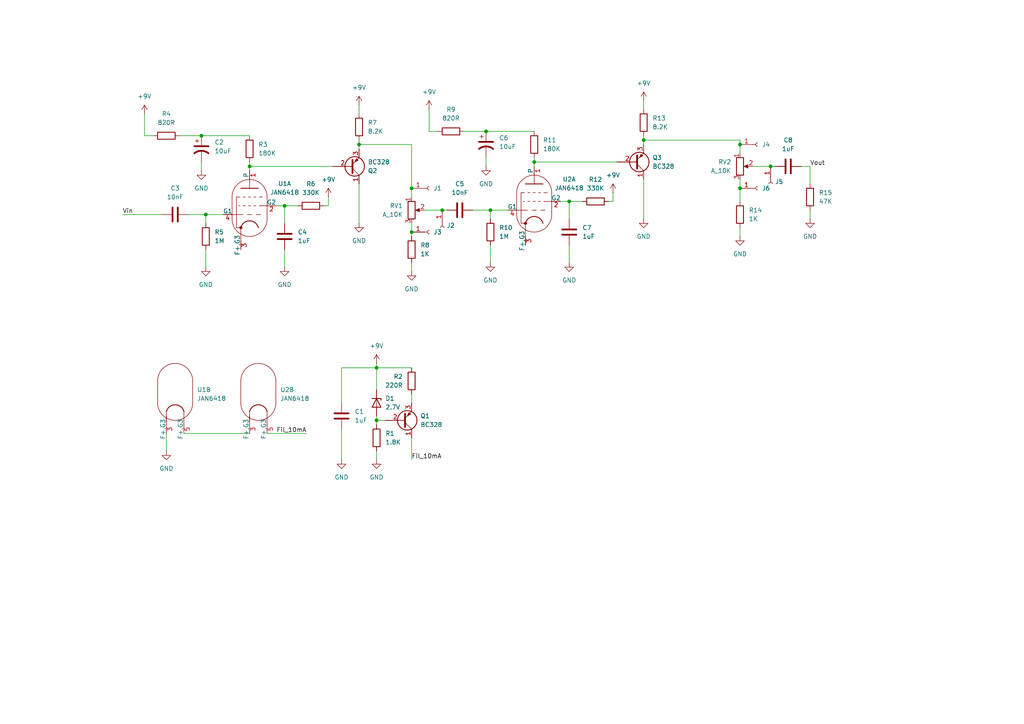
<source format=kicad_sch>
(kicad_sch (version 20231120) (generator "eeschema") (generator_version "8.0")
  (paper "A4")
  (lib_symbols
    (symbol "Connector:Conn_01x01_Socket" (pin_names (offset 1.016) hide)
      (property "Reference" "J" (at 0 2.54 0))
      (property "Value" "Conn_01x01_Socket" (at 0 -2.54 0))
      (symbol "Conn_01x01_Socket_1_1"
        (polyline (pts (xy -1.27 0) (xy -0.508 0)) (stroke (width 0.1524)))
        (arc (start 0 0.508) (mid -0.5058 0) (end 0 -0.508) (stroke (width 0.1524)))
        (pin passive line (at -5.08 0 0) (length 3.81) (name "Pin_1") (number "1"))
      )
    )
    (symbol "Device:C" (pin_numbers hide) (pin_names (offset 0.254))
      (property "Reference" "C" (at 0.635 2.54 0))
      (property "Value" "C" (at 0.635 -2.54 0))
      (symbol "C_0_1"
        (polyline (pts (xy -2.032 -0.762) (xy 2.032 -0.762)) (stroke (width 0.508)))
        (polyline (pts (xy -2.032 0.762) (xy 2.032 0.762)) (stroke (width 0.508)))
      )
      (symbol "C_1_1"
        (pin passive line (at 0 3.81 270) (length 2.794) (name "~") (number "1"))
        (pin passive line (at 0 -3.81 90) (length 2.794) (name "~") (number "2"))
      )
    )
    (symbol "Device:C_Polarized_US" (pin_numbers hide) (pin_names (offset 0.254) hide)
      (property "Reference" "C" (at 0.635 2.54 0))
      (property "Value" "C_Polarized_US" (at 0.635 -2.54 0))
      (symbol "C_Polarized_US_0_1"
        (polyline (pts (xy -2.032 0.762) (xy 2.032 0.762)) (stroke (width 0.508)))
        (polyline (pts (xy -1.778 2.286) (xy -0.762 2.286)))
        (polyline (pts (xy -1.27 1.778) (xy -1.27 2.794)))
        (arc (start 2.032 -1.27) (mid 0 -0.5572) (end -2.032 -1.27) (stroke (width 0.508)))
      )
      (symbol "C_Polarized_US_1_1"
        (pin passive line (at 0 3.81 270) (length 2.794) (name "~") (number "1"))
        (pin passive line (at 0 -3.81 90) (length 3.302) (name "~") (number "2"))
      )
    )
    (symbol "Device:D_Zener" (pin_numbers hide) (pin_names (offset 1.016) hide)
      (property "Reference" "D" (at 0 2.54 0))
      (property "Value" "D_Zener" (at 0 -2.54 0))
      (symbol "D_Zener_0_1"
        (polyline (pts (xy 1.27 0) (xy -1.27 0)))
        (polyline (pts (xy -1.27 -1.27) (xy -1.27 1.27) (xy -0.762 1.27)) (stroke (width 0.254)))
        (polyline (pts (xy 1.27 -1.27) (xy 1.27 1.27) (xy -1.27 0) (xy 1.27 -1.27)) (stroke (width 0.254)))
      )
      (symbol "D_Zener_1_1"
        (pin passive line (at -3.81 0 0) (length 2.54) (name "K") (number "1"))
        (pin passive line (at 3.81 0 180) (length 2.54) (name "A") (number "2"))
      )
    )
    (symbol "Device:R" (pin_numbers hide) (pin_names (offset 0))
      (property "Reference" "R" (at 2.032 0 90))
      (property "Value" "R" (at 0 0 90))
      (symbol "R_0_1"
        (rectangle (start -1.016 -2.54) (end 1.016 2.54) (stroke (width 0.254)))
      )
      (symbol "R_1_1"
        (pin passive line (at 0 3.81 270) (length 1.27) (name "~") (number "1"))
        (pin passive line (at 0 -3.81 90) (length 1.27) (name "~") (number "2"))
      )
    )
    (symbol "Device:R_Potentiometer" (pin_names (offset 1.016) hide)
      (property "Reference" "RV" (at -4.445 0 90))
      (property "Value" "R_Potentiometer" (at -2.54 0 90))
      (symbol "R_Potentiometer_0_1"
        (polyline (pts (xy 2.54 0) (xy 1.524 0)))
        (polyline (pts (xy 1.143 0) (xy 2.286 0.508) (xy 2.286 -0.508) (xy 1.143 0)) (fill (type outline)))
        (rectangle (start 1.016 2.54) (end -1.016 -2.54) (stroke (width 0.254)))
      )
      (symbol "R_Potentiometer_1_1"
        (pin passive line (at 0 3.81 270) (length 1.27) (name "1") (number "1"))
        (pin passive line (at 3.81 0 180) (length 1.27) (name "2") (number "2"))
        (pin passive line (at 0 -3.81 90) (length 1.27) (name "3") (number "3"))
      )
    )
    (symbol "Transistor_BJT:BC328" (pin_names (offset 0) hide)
      (property "Reference" "Q" (at 5.08 1.905 0))
      (property "Value" "BC328" (at 5.08 0 0))
      (symbol "BC328_0_1"
        (polyline (pts (xy 0.635 0.635) (xy 2.54 2.54)))
        (polyline (pts (xy 0.635 -0.635) (xy 2.54 -2.54) (xy 2.54 -2.54)))
        (polyline (pts (xy 0.635 1.905) (xy 0.635 -1.905) (xy 0.635 -1.905)) (stroke (width 0.508)))
        (polyline (pts (xy 2.286 -1.778) (xy 1.778 -2.286) (xy 1.27 -1.27) (xy 2.286 -1.778) (xy 2.286 -1.778)) (fill (type outline)))
        (circle (center 1.27 0) (radius 2.8194) (stroke (width 0.254)))
      )
      (symbol "BC328_1_1"
        (pin passive line (at 2.54 5.08 270) (length 2.54) (name "C") (number "1"))
        (pin input line (at -5.08 0 0) (length 5.715) (name "B") (number "2"))
        (pin passive line (at 2.54 -5.08 90) (length 2.54) (name "E") (number "3"))
      )
    )
    (symbol "Valve:JAN6418" (pin_names (offset 0))
      (property "Reference" "U" (at 6.096 10.16 0))
      (property "Value" "JAN6418" (at 8.128 8.382 0))
      (symbol "JAN6418_0_1"
        (arc (start -5.08 -1.27) (mid 0 -6.3279) (end 5.08 -1.27))
        (polyline (pts (xy -2.54 -7.62) (xy -2.54 -3.81)))
        (polyline (pts (xy -5.08 5.08) (xy -5.08 -1.27) (xy -5.08 -1.27)))
        (polyline (pts (xy 5.08 -1.27) (xy 5.08 5.08) (xy 5.08 5.08)))
        (arc (start 2.54 -3.81) (mid 0 -1.8268) (end -2.54 -3.81) (stroke (width 0.254)))
        (arc (start 5.08 5.08) (mid 0 10.1379) (end -5.08 5.08))
        (pin power_in line (at -2.54 -10.16 90) (length 2.54) (name "F+,G3") (number "3"))
      )
      (symbol "JAN6418_1_0"
        (polyline (pts (xy -5.08 0) (xy -3.175 0)))
        (polyline (pts (xy -0.635 0) (xy 0.635 0)) (stroke (width 0.1524)))
        (polyline (pts (xy 0 7.62) (xy 0 10.16)))
        (polyline (pts (xy 1.905 0) (xy 3.175 0)) (stroke (width 0.1524)))
        (polyline (pts (xy 3.175 2.54) (xy 5.08 2.54)))
      )
      (symbol "JAN6418_1_1"
        (circle (center -2.54 -3.81) (radius 0.3556) (fill (type outline)))
        (polyline (pts (xy -3.81 5.08) (xy -2.794 5.08)) (stroke (width 0.1524)))
        (polyline (pts (xy -3.175 2.54) (xy -2.794 2.54)) (stroke (width 0.1524)))
        (polyline (pts (xy -1.905 0) (xy -3.175 0)) (stroke (width 0.1524)))
        (polyline (pts (xy -1.8542 2.54) (xy -1.2192 2.54)) (stroke (width 0.1524)))
        (polyline (pts (xy -1.8542 5.08) (xy -1.2192 5.08)) (stroke (width 0.1524)))
        (polyline (pts (xy -0.3302 2.54) (xy 0.3302 2.54)) (stroke (width 0.1524)))
        (polyline (pts (xy -0.3302 5.08) (xy 0.3302 5.08)) (stroke (width 0.1524)))
        (polyline (pts (xy 1.2192 2.54) (xy 1.8542 2.54)) (stroke (width 0.1524)))
        (polyline (pts (xy 1.2192 5.08) (xy 1.8542 5.08)) (stroke (width 0.1524)))
        (polyline (pts (xy 2.794 2.54) (xy 3.175 2.54)) (stroke (width 0.1524)))
        (polyline (pts (xy 3.81 5.08) (xy 2.794 5.08)) (stroke (width 0.1524)))
        (polyline (pts (xy -3.81 5.08) (xy -3.81 -3.81) (xy -2.54 -3.81)))
        (polyline (pts (xy -2.54 7.62) (xy 2.54 7.62) (xy 2.54 7.62)) (stroke (width 0.254)))
        (pin output line (at 0 12.7 270) (length 2.54) (name "P") (number "1"))
        (pin input line (at 7.62 2.54 180) (length 2.54) (name "G2") (number "2"))
        (pin input line (at -7.62 0 0) (length 2.54) (name "G1") (number "4"))
      )
      (symbol "JAN6418_2_1"
        (polyline (pts (xy 2.54 -7.62) (xy 2.54 -3.81)))
        (polyline (pts (xy -2.54 -6.858) (xy -2.54 -5.08) (xy -2.54 -5.08)))
        (pin power_in line (at 2.54 -10.16 90) (length 2.54) (name "F+,G3") (number "5"))
      )
    )
    (symbol "power:+9V" (power) (pin_numbers hide) (pin_names (offset 0) hide)
      (property "Value" "+9V" (at 0 3.556 0))
      (symbol "+9V_0_1"
        (polyline (pts (xy -0.762 1.27) (xy 0 2.54)))
        (polyline (pts (xy 0 0) (xy 0 2.54)))
        (polyline (pts (xy 0 2.54) (xy 0.762 1.27)))
      )
      (symbol "+9V_1_1"
        (pin power_in line (at 0 0 90) (length 0) (name "~") (number "1"))
      )
    )
    (symbol "power:GND" (power) (pin_numbers hide) (pin_names (offset 0) hide)
      (property "Value" "GND" (at 0 -3.81 0))
      (symbol "GND_0_1"
        (polyline (pts (xy 0 0) (xy 0 -1.27) (xy 1.27 -1.27) (xy 0 -2.54) (xy -1.27 -1.27) (xy 0 -1.27)))
      )
      (symbol "GND_1_1"
        (pin power_in line (at 0 0 270) (length 0) (name "~") (number "1"))
      )
    )
  )
  (junction (at 59.69 62.23))
  (junction (at 104.14 41.91))
  (junction (at 214.63 41.91))
  (junction (at 82.55 59.69))
  (junction (at 128.27 60.96))
  (junction (at 119.38 54.61))
  (junction (at 72.39 48.26))
  (junction (at 154.94 46.99))
  (junction (at 214.63 54.61))
  (junction (at 109.22 121.92))
  (junction (at 142.24 60.96))
  (junction (at 165.1 58.42))
  (junction (at 186.69 40.64))
  (junction (at 58.42 39.37))
  (junction (at 109.22 106.68))
  (junction (at 223.52 48.26))
  (junction (at 119.38 67.31))
  (junction (at 140.97 38.1))
  (wire (pts (xy 82.55 59.69) (xy 86.36 59.69)))
  (wire (pts (xy 142.24 71.12) (xy 142.24 76.2)))
  (wire (pts (xy 109.22 121.92) (xy 109.22 123.19)))
  (wire (pts (xy 162.56 58.42) (xy 165.1 58.42)))
  (wire (pts (xy 99.06 116.84) (xy 99.06 106.68)))
  (wire (pts (xy 54.61 62.23) (xy 59.69 62.23)))
  (wire (pts (xy 72.39 49.53) (xy 72.39 48.26)))
  (wire (pts (xy 140.97 45.72) (xy 140.97 48.26)))
  (wire (pts (xy 214.63 41.91) (xy 214.63 40.64)))
  (wire (pts (xy 214.63 66.04) (xy 214.63 68.58)))
  (wire (pts (xy 214.63 52.07) (xy 214.63 54.61)))
  (wire (pts (xy 154.94 48.26) (xy 154.94 46.99)))
  (wire (pts (xy 82.55 59.69) (xy 82.55 64.77)))
  (wire (pts (xy 186.69 40.64) (xy 214.63 40.64)))
  (wire (pts (xy 119.38 76.2) (xy 119.38 78.74)))
  (wire (pts (xy 186.69 40.64) (xy 186.69 41.91)))
  (wire (pts (xy 95.25 57.15) (xy 95.25 59.69)))
  (wire (pts (xy 41.91 39.37) (xy 44.45 39.37)))
  (wire (pts (xy 128.27 60.96) (xy 129.54 60.96)))
  (wire (pts (xy 93.98 59.69) (xy 95.25 59.69)))
  (wire (pts (xy 124.46 38.1) (xy 127 38.1)))
  (wire (pts (xy 165.1 71.12) (xy 165.1 76.2)))
  (wire (pts (xy 119.38 64.77) (xy 119.38 67.31)))
  (wire (pts (xy 104.14 41.91) (xy 104.14 43.18)))
  (wire (pts (xy 186.69 29.21) (xy 186.69 31.75)))
  (wire (pts (xy 109.22 105.41) (xy 109.22 106.68)))
  (wire (pts (xy 72.39 48.26) (xy 72.39 46.99)))
  (wire (pts (xy 104.14 30.48) (xy 104.14 33.02)))
  (wire (pts (xy 109.22 106.68) (xy 109.22 113.03)))
  (wire (pts (xy 52.07 39.37) (xy 58.42 39.37)))
  (wire (pts (xy 104.14 40.64) (xy 104.14 41.91)))
  (wire (pts (xy 109.22 106.68) (xy 119.38 106.68)))
  (wire (pts (xy 124.46 31.75) (xy 124.46 38.1)))
  (wire (pts (xy 119.38 54.61) (xy 119.38 41.91)))
  (wire (pts (xy 177.8 55.88) (xy 177.8 58.42)))
  (wire (pts (xy 72.39 48.26) (xy 96.52 48.26)))
  (wire (pts (xy 35.56 62.23) (xy 46.99 62.23)))
  (wire (pts (xy 234.95 60.96) (xy 234.95 63.5)))
  (wire (pts (xy 176.53 58.42) (xy 177.8 58.42)))
  (wire (pts (xy 186.69 39.37) (xy 186.69 40.64)))
  (wire (pts (xy 77.47 125.73) (xy 88.9 125.73)))
  (wire (pts (xy 123.19 60.96) (xy 128.27 60.96)))
  (wire (pts (xy 58.42 46.99) (xy 58.42 49.53)))
  (wire (pts (xy 137.16 60.96) (xy 142.24 60.96)))
  (wire (pts (xy 59.69 72.39) (xy 59.69 77.47)))
  (wire (pts (xy 186.69 52.07) (xy 186.69 63.5)))
  (wire (pts (xy 59.69 62.23) (xy 59.69 64.77)))
  (wire (pts (xy 142.24 60.96) (xy 142.24 63.5)))
  (wire (pts (xy 119.38 114.3) (xy 119.38 116.84)))
  (wire (pts (xy 58.42 39.37) (xy 72.39 39.37)))
  (wire (pts (xy 140.97 38.1) (xy 154.94 38.1)))
  (wire (pts (xy 80.01 59.69) (xy 82.55 59.69)))
  (wire (pts (xy 154.94 46.99) (xy 179.07 46.99)))
  (wire (pts (xy 134.62 38.1) (xy 140.97 38.1)))
  (wire (pts (xy 41.91 33.02) (xy 41.91 39.37)))
  (wire (pts (xy 53.34 125.73) (xy 72.39 125.73)))
  (wire (pts (xy 109.22 121.92) (xy 111.76 121.92)))
  (wire (pts (xy 99.06 106.68) (xy 109.22 106.68)))
  (wire (pts (xy 234.95 53.34) (xy 234.95 48.26)))
  (wire (pts (xy 119.38 67.31) (xy 119.38 68.58)))
  (wire (pts (xy 109.22 120.65) (xy 109.22 121.92)))
  (wire (pts (xy 104.14 53.34) (xy 104.14 64.77)))
  (wire (pts (xy 104.14 41.91) (xy 119.38 41.91)))
  (wire (pts (xy 119.38 127) (xy 119.38 133.35)))
  (wire (pts (xy 214.63 44.45) (xy 214.63 41.91)))
  (wire (pts (xy 154.94 46.99) (xy 154.94 45.72)))
  (wire (pts (xy 218.44 48.26) (xy 223.52 48.26)))
  (wire (pts (xy 147.32 60.96) (xy 142.24 60.96)))
  (wire (pts (xy 64.77 62.23) (xy 59.69 62.23)))
  (wire (pts (xy 234.95 48.26) (xy 232.41 48.26)))
  (wire (pts (xy 82.55 72.39) (xy 82.55 77.47)))
  (wire (pts (xy 165.1 58.42) (xy 165.1 63.5)))
  (wire (pts (xy 109.22 130.81) (xy 109.22 133.35)))
  (wire (pts (xy 223.52 48.26) (xy 224.79 48.26)))
  (wire (pts (xy 165.1 58.42) (xy 168.91 58.42)))
  (wire (pts (xy 48.26 125.73) (xy 48.26 130.81)))
  (wire (pts (xy 119.38 57.15) (xy 119.38 54.61)))
  (wire (pts (xy 99.06 124.46) (xy 99.06 133.35)))
  (wire (pts (xy 214.63 54.61) (xy 214.63 58.42)))
  (label "Vout" (at 234.95 48.26 0))
  (label "Vin" (at 35.56 62.23 0))
  (label "Fil_10mA" (at 88.9 125.73 180))
  (label "Fil_10mA" (at 119.38 133.35 0))
  (symbol (lib_id "power:GND") (at 109.22 133.35 0) (unit 1)
    (property "Reference" "#PWR01" (effects (hide yes)))
    (property "Value" "GND" (at 109.22 138.43 0))
    (property "Description" "Power symbol creates a global label with name \"GND\" , ground" (effects (hide yes)))
  )
  (symbol (lib_id "Transistor_BJT:BC328") (at 184.15 46.99 0) (mirror x) (unit 1)
    (property "Reference" "Q3" (at 189.23 45.7199 0) (effects (justify left)))
    (property "Value" "BC328" (at 189.23 48.2599 0) (effects (justify left)))
    (property "Footprint" "Package_TO_SOT_THT:TO-92_Inline" (effects (hide yes)))
    (property "Datasheet" "http://www.redrok.com/PNP_BC327_-45V_-800mA_0.625W_Hfe100_TO-92.pdf" (effects (hide yes)))
    (property "Description" "0.8A Ic, 25V Vce, PNP Transistor, TO-92" (effects (hide yes)))
  )
  (symbol (lib_id "Device:C") (at 165.1 67.31 180) (unit 1)
    (property "Reference" "C7" (at 168.91 66.0399 0) (effects (justify right)))
    (property "Value" "1uF" (at 168.91 68.5799 0) (effects (justify right)))
    (property "Footprint" "Capacitor_THT:C_Rect_L7.0mm_W4.5mm_P5.00mm" (effects (hide yes)))
    (property "Description" "Unpolarized capacitor" (effects (hide yes)))
  )
  (symbol (lib_id "Device:R") (at 130.81 38.1 90) (unit 1)
    (property "Reference" "R9" (at 130.81 31.75 90))
    (property "Value" "820R" (at 130.81 34.29 90))
    (property "Footprint" "Resistor_THT:R_Axial_DIN0207_L6.3mm_D2.5mm_P10.16mm_Horizontal" (effects (hide yes)))
    (property "Description" "Resistor" (effects (hide yes)))
  )
  (symbol (lib_id "power:+9V") (at 186.69 29.21 0) (unit 1)
    (property "Reference" "#PWR018" (effects (hide yes)))
    (property "Value" "+9V" (at 186.69 24.13 0))
    (property "Description" "Power symbol creates a global label with name \"+9V\"" (effects (hide yes)))
  )
  (symbol (lib_id "Connector:Conn_01x01_Socket") (at 219.71 41.91 0) (unit 1)
    (property "Reference" "J4" (at 220.98 41.9099 0) (effects (justify left)))
    (property "Value" "Conn_01x01_Socket" (effects (hide yes)))
    (property "Footprint" "Connector_Wire:SolderWire-0.1sqmm_1x01_D0.4mm_OD1mm" (effects (hide yes)))
    (property "Description" "Generic connector, single row, 01x01, script generated" (effects (hide yes)))
  )
  (symbol (lib_id "Device:C") (at 133.35 60.96 90) (unit 1)
    (property "Reference" "C5" (at 133.35 53.34 90))
    (property "Value" "10nF" (at 133.35 55.88 90))
    (property "Footprint" "Capacitor_THT:C_Rect_L7.0mm_W4.5mm_P5.00mm" (effects (hide yes)))
    (property "Description" "Unpolarized capacitor" (effects (hide yes)))
  )
  (symbol (lib_id "Device:R") (at 59.69 68.58 180) (unit 1)
    (property "Reference" "R5" (at 62.23 67.3099 0) (effects (justify right)))
    (property "Value" "1M" (at 62.23 69.8499 0) (effects (justify right)))
    (property "Footprint" "Resistor_THT:R_Axial_DIN0207_L6.3mm_D2.5mm_P10.16mm_Horizontal" (effects (hide yes)))
    (property "Description" "Resistor" (effects (hide yes)))
  )
  (symbol (lib_id "Valve:JAN6418") (at 154.94 60.96 0) (unit 1)
    (property "Reference" "U2" (at 165.1 51.9998 0))
    (property "Value" "JAN6418" (at 165.1 54.5398 0))
    (property "Footprint" "Valve:Valve_Mini_Pentode_Linear" (effects (hide yes)))
    (property "Datasheet" "https://frank.pocnet.net/sheets/127/6/6418.pdf" (effects (hide yes)))
    (property "Description" "Subminiature Pentode" (effects (hide yes)))
  )
  (symbol (lib_id "Device:C_Polarized_US") (at 58.42 43.18 0) (unit 1)
    (property "Reference" "C2" (at 62.23 41.2749 0) (effects (justify left)))
    (property "Value" "10uF" (at 62.23 43.8149 0) (effects (justify left)))
    (property "Footprint" "Capacitor_THT:CP_Radial_D5.0mm_P2.50mm" (effects (hide yes)))
    (property "Description" "Polarized capacitor, US symbol" (effects (hide yes)))
  )
  (symbol (lib_id "Connector:Conn_01x01_Socket") (at 128.27 66.04 270) (unit 1)
    (property "Reference" "J2" (at 129.54 65.4049 90) (effects (justify left)))
    (property "Value" "Conn_01x01_Socket" (effects (hide yes)))
    (property "Footprint" "Connector_Wire:SolderWire-0.1sqmm_1x01_D0.4mm_OD1mm" (effects (hide yes)))
    (property "Description" "Generic connector, single row, 01x01, script generated" (effects (hide yes)))
  )
  (symbol (lib_id "power:+9V") (at 95.25 57.15 0) (unit 1)
    (property "Reference" "#PWR08" (effects (hide yes)))
    (property "Value" "+9V" (at 95.25 52.07 0))
    (property "Description" "Power symbol creates a global label with name \"+9V\"" (effects (hide yes)))
  )
  (symbol (lib_id "Device:R") (at 142.24 67.31 180) (unit 1)
    (property "Reference" "R10" (at 144.78 66.0399 0) (effects (justify right)))
    (property "Value" "1M" (at 144.78 68.5799 0) (effects (justify right)))
    (property "Footprint" "Resistor_THT:R_Axial_DIN0207_L6.3mm_D2.5mm_P10.16mm_Horizontal" (effects (hide yes)))
    (property "Description" "Resistor" (effects (hide yes)))
  )
  (symbol (lib_id "Device:R") (at 214.63 62.23 0) (unit 1)
    (property "Reference" "R14" (at 217.17 60.9599 0) (effects (justify left)))
    (property "Value" "1K" (at 217.17 63.4999 0) (effects (justify left)))
    (property "Footprint" "Resistor_THT:R_Axial_DIN0207_L6.3mm_D2.5mm_P10.16mm_Horizontal" (effects (hide yes)))
    (property "Description" "Resistor" (effects (hide yes)))
  )
  (symbol (lib_id "Device:R") (at 172.72 58.42 90) (unit 1)
    (property "Reference" "R12" (at 172.72 52.07 90))
    (property "Value" "330K" (at 172.72 54.61 90))
    (property "Footprint" "Resistor_THT:R_Axial_DIN0207_L6.3mm_D2.5mm_P10.16mm_Horizontal" (effects (hide yes)))
    (property "Description" "Resistor" (effects (hide yes)))
  )
  (symbol (lib_id "Device:D_Zener") (at 109.22 116.84 270) (unit 1)
    (property "Reference" "D1" (at 111.76 115.5699 90) (effects (justify left)))
    (property "Value" "2.7V" (at 111.76 118.1099 90) (effects (justify left)))
    (property "Footprint" "Diode_THT:D_T-1_P10.16mm_Horizontal" (effects (hide yes)))
    (property "Description" "Zener diode" (effects (hide yes)))
  )
  (symbol (lib_id "power:+9V") (at 41.91 33.02 0) (unit 1)
    (property "Reference" "#PWR05" (effects (hide yes)))
    (property "Value" "+9V" (at 41.91 27.94 0))
    (property "Description" "Power symbol creates a global label with name \"+9V\"" (effects (hide yes)))
  )
  (symbol (lib_id "Valve:JAN6418") (at 72.39 62.23 0) (unit 1)
    (property "Reference" "U1" (at 82.55 53.2698 0))
    (property "Value" "JAN6418" (at 82.55 55.8098 0))
    (property "Footprint" "Valve:Valve_Mini_Pentode_Linear" (effects (hide yes)))
    (property "Datasheet" "https://frank.pocnet.net/sheets/127/6/6418.pdf" (effects (hide yes)))
    (property "Description" "Subminiature Pentode" (effects (hide yes)))
  )
  (symbol (lib_id "power:GND") (at 119.38 78.74 0) (unit 1)
    (property "Reference" "#PWR012" (effects (hide yes)))
    (property "Value" "GND" (at 119.38 83.82 0))
    (property "Description" "Power symbol creates a global label with name \"GND\" , ground" (effects (hide yes)))
  )
  (symbol (lib_id "Connector:Conn_01x01_Socket") (at 219.71 54.61 0) (unit 1)
    (property "Reference" "J6" (at 220.98 54.6099 0) (effects (justify left)))
    (property "Value" "Conn_01x01_Socket" (effects (hide yes)))
    (property "Footprint" "Connector_Wire:SolderWire-0.1sqmm_1x01_D0.4mm_OD1mm" (effects (hide yes)))
    (property "Description" "Generic connector, single row, 01x01, script generated" (effects (hide yes)))
  )
  (symbol (lib_id "power:+9V") (at 109.22 105.41 0) (unit 1)
    (property "Reference" "#PWR02" (effects (hide yes)))
    (property "Value" "+9V" (at 109.22 100.33 0))
    (property "Description" "Power symbol creates a global label with name \"+9V\"" (effects (hide yes)))
  )
  (symbol (lib_id "power:GND") (at 104.14 64.77 0) (unit 1)
    (property "Reference" "#PWR011" (effects (hide yes)))
    (property "Value" "GND" (at 104.14 69.85 0))
    (property "Description" "Power symbol creates a global label with name \"GND\" , ground" (effects (hide yes)))
  )
  (symbol (lib_id "Device:R_Potentiometer") (at 119.38 60.96 0) (unit 1) (on_board no)
    (property "Reference" "RV1" (at 116.84 59.6899 0) (effects (justify right)))
    (property "Value" "A_10K" (at 116.84 62.2299 0) (effects (justify right)))
    (property "Footprint" "Potentiometer_THT:Potentiometer_Piher_T-16H_Single_Horizontal" (effects (hide yes)))
    (property "Description" "Potentiometer" (effects (hide yes)))
  )
  (symbol (lib_id "power:+9V") (at 177.8 55.88 0) (unit 1)
    (property "Reference" "#PWR017" (effects (hide yes)))
    (property "Value" "+9V" (at 177.8 50.8 0))
    (property "Description" "Power symbol creates a global label with name \"+9V\"" (effects (hide yes)))
  )
  (symbol (lib_id "power:GND") (at 142.24 76.2 0) (unit 1)
    (property "Reference" "#PWR015" (effects (hide yes)))
    (property "Value" "GND" (at 142.24 81.28 0))
    (property "Description" "Power symbol creates a global label with name \"GND\" , ground" (effects (hide yes)))
  )
  (symbol (lib_id "power:GND") (at 165.1 76.2 0) (unit 1)
    (property "Reference" "#PWR016" (effects (hide yes)))
    (property "Value" "GND" (at 165.1 81.28 0))
    (property "Description" "Power symbol creates a global label with name \"GND\" , ground" (effects (hide yes)))
  )
  (symbol (lib_id "Transistor_BJT:BC328") (at 116.84 121.92 0) (mirror x) (unit 1)
    (property "Reference" "Q1" (at 121.92 120.6499 0) (effects (justify left)))
    (property "Value" "BC328" (at 121.92 123.1899 0) (effects (justify left)))
    (property "Footprint" "Package_TO_SOT_THT:TO-92_Inline" (effects (hide yes)))
    (property "Datasheet" "http://www.redrok.com/PNP_BC327_-45V_-800mA_0.625W_Hfe100_TO-92.pdf" (effects (hide yes)))
    (property "Description" "0.8A Ic, 25V Vce, PNP Transistor, TO-92" (effects (hide yes)))
  )
  (symbol (lib_id "Transistor_BJT:BC328") (at 101.6 48.26 0) (mirror x) (unit 1)
    (property "Reference" "Q2" (at 106.68 49.5301 0) (effects (justify left)))
    (property "Value" "BC328" (at 106.68 46.9901 0) (effects (justify left)))
    (property "Footprint" "Package_TO_SOT_THT:TO-92_Inline" (effects (hide yes)))
    (property "Datasheet" "http://www.redrok.com/PNP_BC327_-45V_-800mA_0.625W_Hfe100_TO-92.pdf" (effects (hide yes)))
    (property "Description" "0.8A Ic, 25V Vce, PNP Transistor, TO-92" (effects (hide yes)))
  )
  (symbol (lib_id "power:GND") (at 48.26 130.81 0) (unit 1)
    (property "Reference" "#PWR03" (effects (hide yes)))
    (property "Value" "GND" (at 48.26 135.89 0))
    (property "Description" "Power symbol creates a global label with name \"GND\" , ground" (effects (hide yes)))
  )
  (symbol (lib_id "Device:R") (at 109.22 127 0) (unit 1)
    (property "Reference" "R1" (at 111.76 125.7299 0) (effects (justify left)))
    (property "Value" "1.8K" (at 111.76 128.2699 0) (effects (justify left)))
    (property "Footprint" "Resistor_THT:R_Axial_DIN0207_L6.3mm_D2.5mm_P10.16mm_Horizontal" (effects (hide yes)))
    (property "Description" "Resistor" (effects (hide yes)))
  )
  (symbol (lib_id "power:GND") (at 58.42 49.53 0) (unit 1)
    (property "Reference" "#PWR06" (effects (hide yes)))
    (property "Value" "GND" (at 58.42 54.61 0))
    (property "Description" "Power symbol creates a global label with name \"GND\" , ground" (effects (hide yes)))
  )
  (symbol (lib_id "Connector:Conn_01x01_Socket") (at 124.46 67.31 0) (unit 1)
    (property "Reference" "J3" (at 125.73 67.3099 0) (effects (justify left)))
    (property "Value" "Conn_01x01_Socket" (effects (hide yes)))
    (property "Footprint" "Connector_Wire:SolderWire-0.1sqmm_1x01_D0.4mm_OD1mm" (effects (hide yes)))
    (property "Description" "Generic connector, single row, 01x01, script generated" (effects (hide yes)))
  )
  (symbol (lib_id "power:GND") (at 99.06 133.35 0) (unit 1)
    (property "Reference" "#PWR04" (effects (hide yes)))
    (property "Value" "GND" (at 99.06 138.43 0))
    (property "Description" "Power symbol creates a global label with name \"GND\" , ground" (effects (hide yes)))
  )
  (symbol (lib_id "power:GND") (at 214.63 68.58 0) (unit 1)
    (property "Reference" "#PWR020" (effects (hide yes)))
    (property "Value" "GND" (at 214.63 73.66 0))
    (property "Description" "Power symbol creates a global label with name \"GND\" , ground" (effects (hide yes)))
  )
  (symbol (lib_id "Device:C") (at 99.06 120.65 0) (unit 1)
    (property "Reference" "C1" (at 102.87 119.3799 0) (effects (justify left)))
    (property "Value" "1uF" (at 102.87 121.9199 0) (effects (justify left)))
    (property "Footprint" "Capacitor_THT:C_Rect_L7.0mm_W4.5mm_P5.00mm" (effects (hide yes)))
    (property "Description" "Unpolarized capacitor" (effects (hide yes)))
  )
  (symbol (lib_id "Device:C_Polarized_US") (at 140.97 41.91 0) (unit 1)
    (property "Reference" "C6" (at 144.78 40.0049 0) (effects (justify left)))
    (property "Value" "10uF" (at 144.78 42.5449 0) (effects (justify left)))
    (property "Footprint" "Capacitor_THT:CP_Radial_D5.0mm_P2.50mm" (effects (hide yes)))
    (property "Description" "Polarized capacitor, US symbol" (effects (hide yes)))
  )
  (symbol (lib_id "Device:R") (at 154.94 41.91 0) (unit 1)
    (property "Reference" "R11" (at 157.48 40.6399 0) (effects (justify left)))
    (property "Value" "180K" (at 157.48 43.1799 0) (effects (justify left)))
    (property "Footprint" "Resistor_THT:R_Axial_DIN0207_L6.3mm_D2.5mm_P10.16mm_Horizontal" (effects (hide yes)))
    (property "Description" "Resistor" (effects (hide yes)))
  )
  (symbol (lib_id "power:GND") (at 234.95 63.5 0) (unit 1)
    (property "Reference" "#PWR021" (effects (hide yes)))
    (property "Value" "GND" (at 234.95 68.58 0))
    (property "Description" "Power symbol creates a global label with name \"GND\" , ground" (effects (hide yes)))
  )
  (symbol (lib_id "Device:R") (at 104.14 36.83 0) (unit 1)
    (property "Reference" "R7" (at 106.68 35.5599 0) (effects (justify left)))
    (property "Value" "8.2K" (at 106.68 38.0999 0) (effects (justify left)))
    (property "Footprint" "Resistor_THT:R_Axial_DIN0207_L6.3mm_D2.5mm_P10.16mm_Horizontal" (effects (hide yes)))
    (property "Description" "Resistor" (effects (hide yes)))
  )
  (symbol (lib_id "Connector:Conn_01x01_Socket") (at 124.46 54.61 0) (unit 1)
    (property "Reference" "J1" (at 125.73 54.6099 0) (effects (justify left)))
    (property "Value" "Conn_01x01_Socket" (effects (hide yes)))
    (property "Footprint" "Connector_Wire:SolderWire-0.1sqmm_1x01_D0.4mm_OD1mm" (effects (hide yes)))
    (property "Description" "Generic connector, single row, 01x01, script generated" (effects (hide yes)))
  )
  (symbol (lib_id "Valve:JAN6418") (at 74.93 115.57 0) (unit 2)
    (property "Reference" "U2" (at 81.28 113.0409 0) (effects (justify left)))
    (property "Value" "JAN6418" (at 81.28 115.5809 0) (effects (justify left)))
    (property "Footprint" "Valve:Valve_Mini_Pentode_Linear" (effects (hide yes)))
    (property "Datasheet" "https://frank.pocnet.net/sheets/127/6/6418.pdf" (effects (hide yes)))
    (property "Description" "Subminiature Pentode" (effects (hide yes)))
  )
  (symbol (lib_id "Device:R") (at 234.95 57.15 0) (unit 1)
    (property "Reference" "R15" (at 237.49 55.8799 0) (effects (justify left)))
    (property "Value" "47K" (at 237.49 58.4199 0) (effects (justify left)))
    (property "Footprint" "Resistor_THT:R_Axial_DIN0207_L6.3mm_D2.5mm_P10.16mm_Horizontal" (effects (hide yes)))
    (property "Description" "Resistor" (effects (hide yes)))
  )
  (symbol (lib_id "Valve:JAN6418") (at 50.8 115.57 0) (unit 2)
    (property "Reference" "U1" (at 57.15 113.0409 0) (effects (justify left)))
    (property "Value" "JAN6418" (at 57.15 115.5809 0) (effects (justify left)))
    (property "Footprint" "Valve:Valve_Mini_Pentode_Linear" (effects (hide yes)))
    (property "Datasheet" "https://frank.pocnet.net/sheets/127/6/6418.pdf" (effects (hide yes)))
    (property "Description" "Subminiature Pentode" (effects (hide yes)))
  )
  (symbol (lib_id "Device:R") (at 90.17 59.69 90) (unit 1)
    (property "Reference" "R6" (at 90.17 53.34 90))
    (property "Value" "330K" (at 90.17 55.88 90))
    (property "Footprint" "Resistor_THT:R_Axial_DIN0207_L6.3mm_D2.5mm_P10.16mm_Horizontal" (effects (hide yes)))
    (property "Description" "Resistor" (effects (hide yes)))
  )
  (symbol (lib_id "power:GND") (at 186.69 63.5 0) (unit 1)
    (property "Reference" "#PWR019" (effects (hide yes)))
    (property "Value" "GND" (at 186.69 68.58 0))
    (property "Description" "Power symbol creates a global label with name \"GND\" , ground" (effects (hide yes)))
  )
  (symbol (lib_id "power:GND") (at 59.69 77.47 0) (unit 1)
    (property "Reference" "#PWR07" (effects (hide yes)))
    (property "Value" "GND" (at 59.69 82.55 0))
    (property "Description" "Power symbol creates a global label with name \"GND\" , ground" (effects (hide yes)))
  )
  (symbol (lib_id "Device:R") (at 119.38 110.49 0) (mirror y) (unit 1)
    (property "Reference" "R2" (at 116.84 109.2199 0) (effects (justify left)))
    (property "Value" "220R" (at 116.84 111.7599 0) (effects (justify left)))
    (property "Footprint" "Resistor_THT:R_Axial_DIN0207_L6.3mm_D2.5mm_P10.16mm_Horizontal" (effects (hide yes)))
    (property "Description" "Resistor" (effects (hide yes)))
  )
  (symbol (lib_id "power:GND") (at 82.55 77.47 0) (unit 1)
    (property "Reference" "#PWR09" (effects (hide yes)))
    (property "Value" "GND" (at 82.55 82.55 0))
    (property "Description" "Power symbol creates a global label with name \"GND\" , ground" (effects (hide yes)))
  )
  (symbol (lib_id "Device:R_Potentiometer") (at 214.63 48.26 0) (unit 1) (on_board no)
    (property "Reference" "RV2" (at 212.09 46.9899 0) (effects (justify right)))
    (property "Value" "A_10K" (at 212.09 49.5299 0) (effects (justify right)))
    (property "Footprint" "Potentiometer_THT:Potentiometer_Piher_T-16H_Single_Horizontal" (effects (hide yes)))
    (property "Description" "Potentiometer" (effects (hide yes)))
  )
  (symbol (lib_id "power:GND") (at 140.97 48.26 0) (unit 1)
    (property "Reference" "#PWR014" (effects (hide yes)))
    (property "Value" "GND" (at 140.97 53.34 0))
    (property "Description" "Power symbol creates a global label with name \"GND\" , ground" (effects (hide yes)))
  )
  (symbol (lib_id "Device:R") (at 48.26 39.37 90) (unit 1)
    (property "Reference" "R4" (at 48.26 33.02 90))
    (property "Value" "820R" (at 48.26 35.56 90))
    (property "Footprint" "Resistor_THT:R_Axial_DIN0207_L6.3mm_D2.5mm_P10.16mm_Horizontal" (effects (hide yes)))
    (property "Description" "Resistor" (effects (hide yes)))
  )
  (symbol (lib_id "Device:R") (at 186.69 35.56 0) (unit 1)
    (property "Reference" "R13" (at 189.23 34.2899 0) (effects (justify left)))
    (property "Value" "8.2K" (at 189.23 36.8299 0) (effects (justify left)))
    (property "Footprint" "Resistor_THT:R_Axial_DIN0207_L6.3mm_D2.5mm_P10.16mm_Horizontal" (effects (hide yes)))
    (property "Description" "Resistor" (effects (hide yes)))
  )
  (symbol (lib_id "Device:C") (at 82.55 68.58 180) (unit 1)
    (property "Reference" "C4" (at 86.36 67.3099 0) (effects (justify right)))
    (property "Value" "1uF" (at 86.36 69.8499 0) (effects (justify right)))
    (property "Footprint" "Capacitor_THT:C_Rect_L7.0mm_W4.5mm_P5.00mm" (effects (hide yes)))
    (property "Description" "Unpolarized capacitor" (effects (hide yes)))
  )
  (symbol (lib_id "Device:C") (at 50.8 62.23 90) (unit 1)
    (property "Reference" "C3" (at 50.8 54.61 90))
    (property "Value" "10nF" (at 50.8 57.15 90))
    (property "Footprint" "Capacitor_THT:C_Rect_L7.0mm_W4.5mm_P5.00mm" (effects (hide yes)))
    (property "Description" "Unpolarized capacitor" (effects (hide yes)))
  )
  (symbol (lib_id "Connector:Conn_01x01_Socket") (at 223.52 53.34 270) (unit 1)
    (property "Reference" "J5" (at 224.79 52.7049 90) (effects (justify left)))
    (property "Value" "Conn_01x01_Socket" (effects (hide yes)))
    (property "Footprint" "Connector_Wire:SolderWire-0.1sqmm_1x01_D0.4mm_OD1mm" (effects (hide yes)))
    (property "Description" "Generic connector, single row, 01x01, script generated" (effects (hide yes)))
  )
  (symbol (lib_id "power:+9V") (at 104.14 30.48 0) (unit 1)
    (property "Reference" "#PWR010" (effects (hide yes)))
    (property "Value" "+9V" (at 104.14 25.4 0))
    (property "Description" "Power symbol creates a global label with name \"+9V\"" (effects (hide yes)))
  )
  (symbol (lib_id "Device:R") (at 119.38 72.39 0) (unit 1)
    (property "Reference" "R8" (at 121.92 71.1199 0) (effects (justify left)))
    (property "Value" "1K" (at 121.92 73.6599 0) (effects (justify left)))
    (property "Footprint" "Resistor_THT:R_Axial_DIN0207_L6.3mm_D2.5mm_P10.16mm_Horizontal" (effects (hide yes)))
    (property "Description" "Resistor" (effects (hide yes)))
  )
  (symbol (lib_id "power:+9V") (at 124.46 31.75 0) (unit 1)
    (property "Reference" "#PWR013" (effects (hide yes)))
    (property "Value" "+9V" (at 124.46 26.67 0))
    (property "Description" "Power symbol creates a global label with name \"+9V\"" (effects (hide yes)))
  )
  (symbol (lib_id "Device:C") (at 228.6 48.26 270) (unit 1)
    (property "Reference" "C8" (at 228.6 40.64 90))
    (property "Value" "1uF" (at 228.6 43.18 90))
    (property "Footprint" "Capacitor_THT:C_Rect_L7.0mm_W4.5mm_P5.00mm" (effects (hide yes)))
    (property "Description" "Unpolarized capacitor" (effects (hide yes)))
  )
  (symbol (lib_id "Device:R") (at 72.39 43.18 0) (unit 1)
    (property "Reference" "R3" (at 74.93 41.9099 0) (effects (justify left)))
    (property "Value" "180K" (at 74.93 44.4499 0) (effects (justify left)))
    (property "Footprint" "Resistor_THT:R_Axial_DIN0207_L6.3mm_D2.5mm_P10.16mm_Horizontal" (effects (hide yes)))
    (property "Description" "Resistor" (effects (hide yes)))
  )
)
</source>
